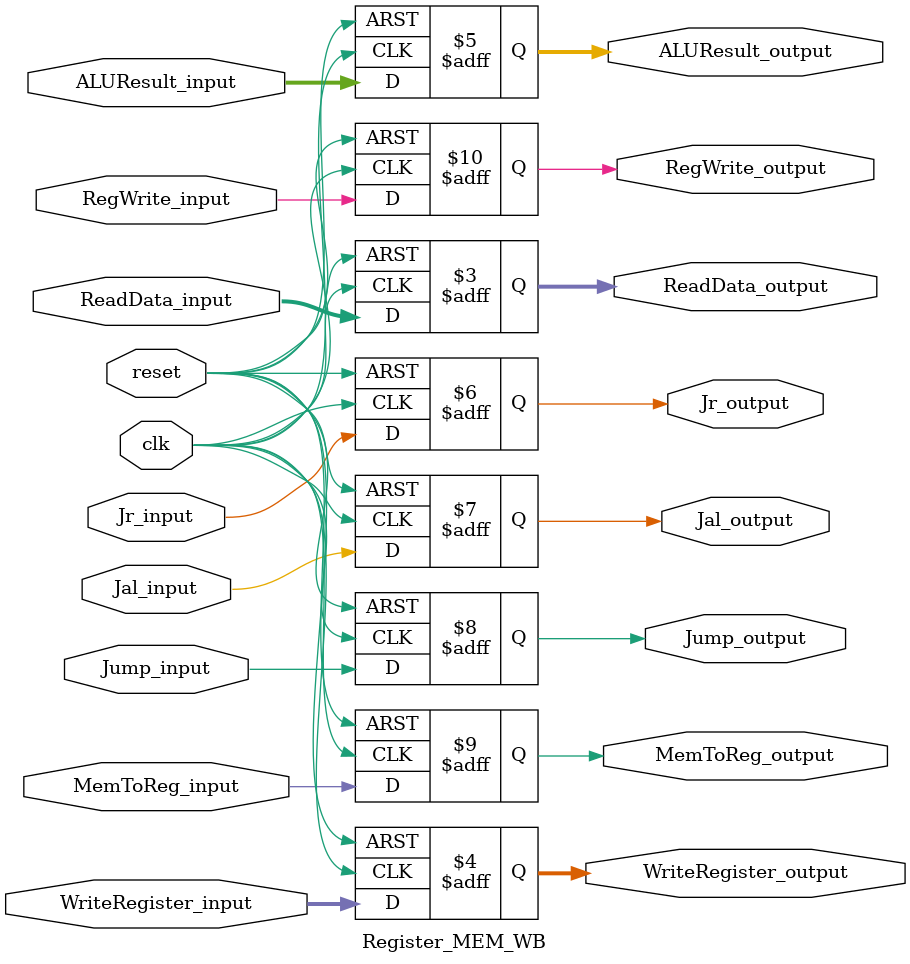
<source format=v>
module Register_MEM_WB
(
	//classic
	input clk,
	input reset,
	input  [31:0] ReadData_input,
	input  [4:0] WriteRegister_input,
	//input  [31:0] PC_input,
	input  [31:0] ALUResult_input,
	//control signals	
   input Jr_input,
   input Jal_input,
   input Jump_input,
	input MemToReg_input,
	input RegWrite_input,
	
	//classic
	//output  [31:0] PC_output,
	output reg [31:0] ReadData_output,
	output reg [4:0] WriteRegister_output,
	output reg [31:0] ALUResult_output,
	//control signals	
   output reg Jr_output,
   output reg Jal_output,
   output reg Jump_output,
	output reg MemToReg_output,
	output reg RegWrite_output
);

always@(negedge reset or posedge clk) begin
	if(reset==0)
		begin		
			//PC_output  <= 0;
			ReadData_output <= 0;
			WriteRegister_output <= 0;
			ALUResult_output <= 0;
			Jr_output <= 0;
			Jal_output <= 0;
			Jump_output <= 0;
			MemToReg_output <= 0;
			RegWrite_output <= 0;
		end
	else 
		begin
			//PC_output  <= PC_input;
			ReadData_output <= ReadData_input;
			WriteRegister_output <= WriteRegister_input;
			ALUResult_output <= ALUResult_input;
			Jr_output <= Jr_input;
			Jal_output <= Jal_input;
			Jump_output <= Jump_input;
			MemToReg_output <= MemToReg_input;
			RegWrite_output <= RegWrite_input;

		end
end

endmodule
//register//
</source>
